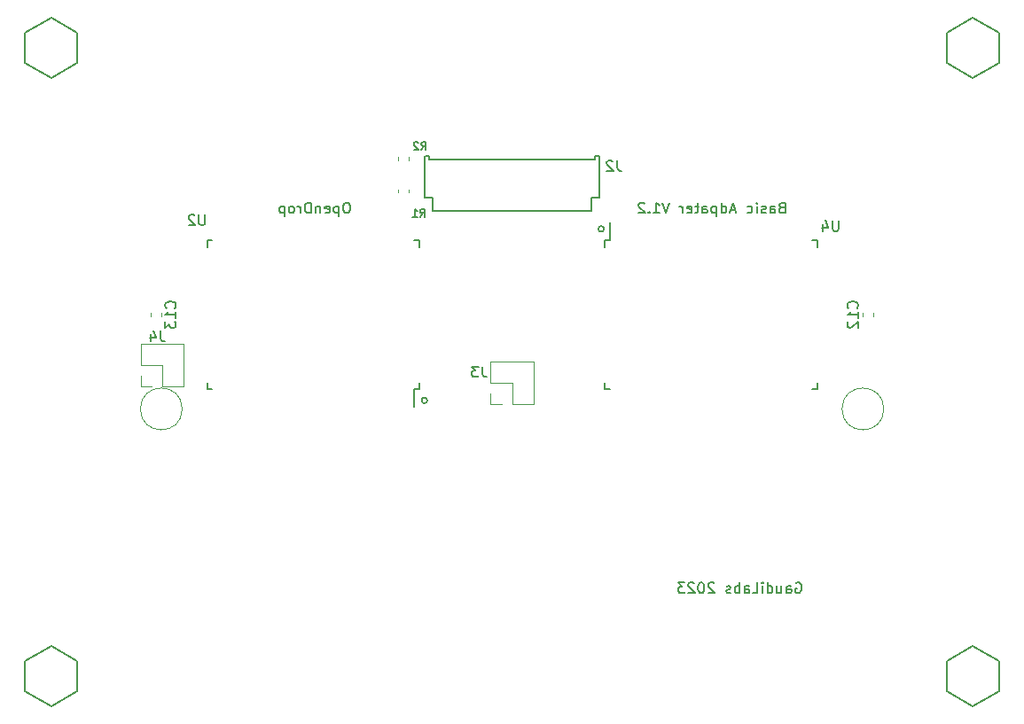
<source format=gbr>
G04 #@! TF.GenerationSoftware,KiCad,Pcbnew,6.0.9-8da3e8f707~117~ubuntu22.04.1*
G04 #@! TF.CreationDate,2023-03-03T14:59:22+01:00*
G04 #@! TF.ProjectId,ModulAdapterBasic,4d6f6475-6c41-4646-9170-746572426173,rev?*
G04 #@! TF.SameCoordinates,Original*
G04 #@! TF.FileFunction,Legend,Bot*
G04 #@! TF.FilePolarity,Positive*
%FSLAX46Y46*%
G04 Gerber Fmt 4.6, Leading zero omitted, Abs format (unit mm)*
G04 Created by KiCad (PCBNEW 6.0.9-8da3e8f707~117~ubuntu22.04.1) date 2023-03-03 14:59:22*
%MOMM*%
%LPD*%
G01*
G04 APERTURE LIST*
%ADD10C,0.150000*%
%ADD11C,0.050000*%
%ADD12C,0.128000*%
%ADD13C,0.120000*%
G04 APERTURE END LIST*
D10*
X108778408Y-91300500D02*
G75*
G03*
X108778408Y-91300500I-269408J0D01*
G01*
X91887408Y-107683500D02*
G75*
G03*
X91887408Y-107683500I-269408J0D01*
G01*
D11*
X135500000Y-108500000D02*
G75*
G03*
X135500000Y-108500000I-2000000J0D01*
G01*
X68500000Y-108500000D02*
G75*
G03*
X68500000Y-108500000I-2000000J0D01*
G01*
D10*
X84296057Y-88784380D02*
X84105580Y-88784380D01*
X84010342Y-88832000D01*
X83915104Y-88927238D01*
X83867485Y-89117714D01*
X83867485Y-89451047D01*
X83915104Y-89641523D01*
X84010342Y-89736761D01*
X84105580Y-89784380D01*
X84296057Y-89784380D01*
X84391295Y-89736761D01*
X84486533Y-89641523D01*
X84534152Y-89451047D01*
X84534152Y-89117714D01*
X84486533Y-88927238D01*
X84391295Y-88832000D01*
X84296057Y-88784380D01*
X83438914Y-89117714D02*
X83438914Y-90117714D01*
X83438914Y-89165333D02*
X83343676Y-89117714D01*
X83153200Y-89117714D01*
X83057961Y-89165333D01*
X83010342Y-89212952D01*
X82962723Y-89308190D01*
X82962723Y-89593904D01*
X83010342Y-89689142D01*
X83057961Y-89736761D01*
X83153200Y-89784380D01*
X83343676Y-89784380D01*
X83438914Y-89736761D01*
X82153200Y-89736761D02*
X82248438Y-89784380D01*
X82438914Y-89784380D01*
X82534152Y-89736761D01*
X82581771Y-89641523D01*
X82581771Y-89260571D01*
X82534152Y-89165333D01*
X82438914Y-89117714D01*
X82248438Y-89117714D01*
X82153200Y-89165333D01*
X82105580Y-89260571D01*
X82105580Y-89355809D01*
X82581771Y-89451047D01*
X81677009Y-89117714D02*
X81677009Y-89784380D01*
X81677009Y-89212952D02*
X81629390Y-89165333D01*
X81534152Y-89117714D01*
X81391295Y-89117714D01*
X81296057Y-89165333D01*
X81248438Y-89260571D01*
X81248438Y-89784380D01*
X80772247Y-89784380D02*
X80772247Y-88784380D01*
X80534152Y-88784380D01*
X80391295Y-88832000D01*
X80296057Y-88927238D01*
X80248438Y-89022476D01*
X80200819Y-89212952D01*
X80200819Y-89355809D01*
X80248438Y-89546285D01*
X80296057Y-89641523D01*
X80391295Y-89736761D01*
X80534152Y-89784380D01*
X80772247Y-89784380D01*
X79772247Y-89784380D02*
X79772247Y-89117714D01*
X79772247Y-89308190D02*
X79724628Y-89212952D01*
X79677009Y-89165333D01*
X79581771Y-89117714D01*
X79486533Y-89117714D01*
X79010342Y-89784380D02*
X79105580Y-89736761D01*
X79153200Y-89689142D01*
X79200819Y-89593904D01*
X79200819Y-89308190D01*
X79153200Y-89212952D01*
X79105580Y-89165333D01*
X79010342Y-89117714D01*
X78867485Y-89117714D01*
X78772247Y-89165333D01*
X78724628Y-89212952D01*
X78677009Y-89308190D01*
X78677009Y-89593904D01*
X78724628Y-89689142D01*
X78772247Y-89736761D01*
X78867485Y-89784380D01*
X79010342Y-89784380D01*
X78248438Y-89117714D02*
X78248438Y-90117714D01*
X78248438Y-89165333D02*
X78153200Y-89117714D01*
X77962723Y-89117714D01*
X77867485Y-89165333D01*
X77819866Y-89212952D01*
X77772247Y-89308190D01*
X77772247Y-89593904D01*
X77819866Y-89689142D01*
X77867485Y-89736761D01*
X77962723Y-89784380D01*
X78153200Y-89784380D01*
X78248438Y-89736761D01*
X127101133Y-125128600D02*
X127196371Y-125080980D01*
X127339228Y-125080980D01*
X127482085Y-125128600D01*
X127577323Y-125223838D01*
X127624942Y-125319076D01*
X127672561Y-125509552D01*
X127672561Y-125652409D01*
X127624942Y-125842885D01*
X127577323Y-125938123D01*
X127482085Y-126033361D01*
X127339228Y-126080980D01*
X127243990Y-126080980D01*
X127101133Y-126033361D01*
X127053514Y-125985742D01*
X127053514Y-125652409D01*
X127243990Y-125652409D01*
X126196371Y-126080980D02*
X126196371Y-125557171D01*
X126243990Y-125461933D01*
X126339228Y-125414314D01*
X126529704Y-125414314D01*
X126624942Y-125461933D01*
X126196371Y-126033361D02*
X126291609Y-126080980D01*
X126529704Y-126080980D01*
X126624942Y-126033361D01*
X126672561Y-125938123D01*
X126672561Y-125842885D01*
X126624942Y-125747647D01*
X126529704Y-125700028D01*
X126291609Y-125700028D01*
X126196371Y-125652409D01*
X125291609Y-125414314D02*
X125291609Y-126080980D01*
X125720180Y-125414314D02*
X125720180Y-125938123D01*
X125672561Y-126033361D01*
X125577323Y-126080980D01*
X125434466Y-126080980D01*
X125339228Y-126033361D01*
X125291609Y-125985742D01*
X124386847Y-126080980D02*
X124386847Y-125080980D01*
X124386847Y-126033361D02*
X124482085Y-126080980D01*
X124672561Y-126080980D01*
X124767800Y-126033361D01*
X124815419Y-125985742D01*
X124863038Y-125890504D01*
X124863038Y-125604790D01*
X124815419Y-125509552D01*
X124767800Y-125461933D01*
X124672561Y-125414314D01*
X124482085Y-125414314D01*
X124386847Y-125461933D01*
X123910657Y-126080980D02*
X123910657Y-125414314D01*
X123910657Y-125080980D02*
X123958276Y-125128600D01*
X123910657Y-125176219D01*
X123863038Y-125128600D01*
X123910657Y-125080980D01*
X123910657Y-125176219D01*
X122958276Y-126080980D02*
X123434466Y-126080980D01*
X123434466Y-125080980D01*
X122196371Y-126080980D02*
X122196371Y-125557171D01*
X122243990Y-125461933D01*
X122339228Y-125414314D01*
X122529704Y-125414314D01*
X122624942Y-125461933D01*
X122196371Y-126033361D02*
X122291609Y-126080980D01*
X122529704Y-126080980D01*
X122624942Y-126033361D01*
X122672561Y-125938123D01*
X122672561Y-125842885D01*
X122624942Y-125747647D01*
X122529704Y-125700028D01*
X122291609Y-125700028D01*
X122196371Y-125652409D01*
X121720180Y-126080980D02*
X121720180Y-125080980D01*
X121720180Y-125461933D02*
X121624942Y-125414314D01*
X121434466Y-125414314D01*
X121339228Y-125461933D01*
X121291609Y-125509552D01*
X121243990Y-125604790D01*
X121243990Y-125890504D01*
X121291609Y-125985742D01*
X121339228Y-126033361D01*
X121434466Y-126080980D01*
X121624942Y-126080980D01*
X121720180Y-126033361D01*
X120863038Y-126033361D02*
X120767800Y-126080980D01*
X120577323Y-126080980D01*
X120482085Y-126033361D01*
X120434466Y-125938123D01*
X120434466Y-125890504D01*
X120482085Y-125795266D01*
X120577323Y-125747647D01*
X120720180Y-125747647D01*
X120815419Y-125700028D01*
X120863038Y-125604790D01*
X120863038Y-125557171D01*
X120815419Y-125461933D01*
X120720180Y-125414314D01*
X120577323Y-125414314D01*
X120482085Y-125461933D01*
X119291609Y-125176219D02*
X119243990Y-125128600D01*
X119148752Y-125080980D01*
X118910657Y-125080980D01*
X118815419Y-125128600D01*
X118767800Y-125176219D01*
X118720180Y-125271457D01*
X118720180Y-125366695D01*
X118767800Y-125509552D01*
X119339228Y-126080980D01*
X118720180Y-126080980D01*
X118101133Y-125080980D02*
X118005895Y-125080980D01*
X117910657Y-125128600D01*
X117863038Y-125176219D01*
X117815419Y-125271457D01*
X117767800Y-125461933D01*
X117767800Y-125700028D01*
X117815419Y-125890504D01*
X117863038Y-125985742D01*
X117910657Y-126033361D01*
X118005895Y-126080980D01*
X118101133Y-126080980D01*
X118196371Y-126033361D01*
X118243990Y-125985742D01*
X118291609Y-125890504D01*
X118339228Y-125700028D01*
X118339228Y-125461933D01*
X118291609Y-125271457D01*
X118243990Y-125176219D01*
X118196371Y-125128600D01*
X118101133Y-125080980D01*
X117386847Y-125176219D02*
X117339228Y-125128600D01*
X117243990Y-125080980D01*
X117005895Y-125080980D01*
X116910657Y-125128600D01*
X116863038Y-125176219D01*
X116815419Y-125271457D01*
X116815419Y-125366695D01*
X116863038Y-125509552D01*
X117434466Y-126080980D01*
X116815419Y-126080980D01*
X116482085Y-125080980D02*
X115863038Y-125080980D01*
X116196371Y-125461933D01*
X116053514Y-125461933D01*
X115958276Y-125509552D01*
X115910657Y-125557171D01*
X115863038Y-125652409D01*
X115863038Y-125890504D01*
X115910657Y-125985742D01*
X115958276Y-126033361D01*
X116053514Y-126080980D01*
X116339228Y-126080980D01*
X116434466Y-126033361D01*
X116482085Y-125985742D01*
X125742857Y-89260571D02*
X125600000Y-89308190D01*
X125552380Y-89355809D01*
X125504761Y-89451047D01*
X125504761Y-89593904D01*
X125552380Y-89689142D01*
X125600000Y-89736761D01*
X125695238Y-89784380D01*
X126076190Y-89784380D01*
X126076190Y-88784380D01*
X125742857Y-88784380D01*
X125647619Y-88832000D01*
X125600000Y-88879619D01*
X125552380Y-88974857D01*
X125552380Y-89070095D01*
X125600000Y-89165333D01*
X125647619Y-89212952D01*
X125742857Y-89260571D01*
X126076190Y-89260571D01*
X124647619Y-89784380D02*
X124647619Y-89260571D01*
X124695238Y-89165333D01*
X124790476Y-89117714D01*
X124980952Y-89117714D01*
X125076190Y-89165333D01*
X124647619Y-89736761D02*
X124742857Y-89784380D01*
X124980952Y-89784380D01*
X125076190Y-89736761D01*
X125123809Y-89641523D01*
X125123809Y-89546285D01*
X125076190Y-89451047D01*
X124980952Y-89403428D01*
X124742857Y-89403428D01*
X124647619Y-89355809D01*
X124219047Y-89736761D02*
X124123809Y-89784380D01*
X123933333Y-89784380D01*
X123838095Y-89736761D01*
X123790476Y-89641523D01*
X123790476Y-89593904D01*
X123838095Y-89498666D01*
X123933333Y-89451047D01*
X124076190Y-89451047D01*
X124171428Y-89403428D01*
X124219047Y-89308190D01*
X124219047Y-89260571D01*
X124171428Y-89165333D01*
X124076190Y-89117714D01*
X123933333Y-89117714D01*
X123838095Y-89165333D01*
X123361904Y-89784380D02*
X123361904Y-89117714D01*
X123361904Y-88784380D02*
X123409523Y-88832000D01*
X123361904Y-88879619D01*
X123314285Y-88832000D01*
X123361904Y-88784380D01*
X123361904Y-88879619D01*
X122457142Y-89736761D02*
X122552380Y-89784380D01*
X122742857Y-89784380D01*
X122838095Y-89736761D01*
X122885714Y-89689142D01*
X122933333Y-89593904D01*
X122933333Y-89308190D01*
X122885714Y-89212952D01*
X122838095Y-89165333D01*
X122742857Y-89117714D01*
X122552380Y-89117714D01*
X122457142Y-89165333D01*
X121314285Y-89498666D02*
X120838095Y-89498666D01*
X121409523Y-89784380D02*
X121076190Y-88784380D01*
X120742857Y-89784380D01*
X119980952Y-89784380D02*
X119980952Y-88784380D01*
X119980952Y-89736761D02*
X120076190Y-89784380D01*
X120266666Y-89784380D01*
X120361904Y-89736761D01*
X120409523Y-89689142D01*
X120457142Y-89593904D01*
X120457142Y-89308190D01*
X120409523Y-89212952D01*
X120361904Y-89165333D01*
X120266666Y-89117714D01*
X120076190Y-89117714D01*
X119980952Y-89165333D01*
X119504761Y-89117714D02*
X119504761Y-90117714D01*
X119504761Y-89165333D02*
X119409523Y-89117714D01*
X119219047Y-89117714D01*
X119123809Y-89165333D01*
X119076190Y-89212952D01*
X119028571Y-89308190D01*
X119028571Y-89593904D01*
X119076190Y-89689142D01*
X119123809Y-89736761D01*
X119219047Y-89784380D01*
X119409523Y-89784380D01*
X119504761Y-89736761D01*
X118171428Y-89784380D02*
X118171428Y-89260571D01*
X118219047Y-89165333D01*
X118314285Y-89117714D01*
X118504761Y-89117714D01*
X118600000Y-89165333D01*
X118171428Y-89736761D02*
X118266666Y-89784380D01*
X118504761Y-89784380D01*
X118600000Y-89736761D01*
X118647619Y-89641523D01*
X118647619Y-89546285D01*
X118600000Y-89451047D01*
X118504761Y-89403428D01*
X118266666Y-89403428D01*
X118171428Y-89355809D01*
X117838095Y-89117714D02*
X117457142Y-89117714D01*
X117695238Y-88784380D02*
X117695238Y-89641523D01*
X117647619Y-89736761D01*
X117552380Y-89784380D01*
X117457142Y-89784380D01*
X116742857Y-89736761D02*
X116838095Y-89784380D01*
X117028571Y-89784380D01*
X117123809Y-89736761D01*
X117171428Y-89641523D01*
X117171428Y-89260571D01*
X117123809Y-89165333D01*
X117028571Y-89117714D01*
X116838095Y-89117714D01*
X116742857Y-89165333D01*
X116695238Y-89260571D01*
X116695238Y-89355809D01*
X117171428Y-89451047D01*
X116266666Y-89784380D02*
X116266666Y-89117714D01*
X116266666Y-89308190D02*
X116219047Y-89212952D01*
X116171428Y-89165333D01*
X116076190Y-89117714D01*
X115980952Y-89117714D01*
X115028571Y-88784380D02*
X114695238Y-89784380D01*
X114361904Y-88784380D01*
X113504761Y-89784380D02*
X114076190Y-89784380D01*
X113790476Y-89784380D02*
X113790476Y-88784380D01*
X113885714Y-88927238D01*
X113980952Y-89022476D01*
X114076190Y-89070095D01*
X113076190Y-89689142D02*
X113028571Y-89736761D01*
X113076190Y-89784380D01*
X113123809Y-89736761D01*
X113076190Y-89689142D01*
X113076190Y-89784380D01*
X112647619Y-88879619D02*
X112600000Y-88832000D01*
X112504761Y-88784380D01*
X112266666Y-88784380D01*
X112171428Y-88832000D01*
X112123809Y-88879619D01*
X112076190Y-88974857D01*
X112076190Y-89070095D01*
X112123809Y-89212952D01*
X112695238Y-89784380D01*
X112076190Y-89784380D01*
X110033333Y-84752380D02*
X110033333Y-85466666D01*
X110080952Y-85609523D01*
X110176190Y-85704761D01*
X110319047Y-85752380D01*
X110414285Y-85752380D01*
X109604761Y-84847619D02*
X109557142Y-84800000D01*
X109461904Y-84752380D01*
X109223809Y-84752380D01*
X109128571Y-84800000D01*
X109080952Y-84847619D01*
X109033333Y-84942857D01*
X109033333Y-85038095D01*
X109080952Y-85180952D01*
X109652380Y-85752380D01*
X109033333Y-85752380D01*
X131178404Y-90498880D02*
X131178404Y-91308404D01*
X131130785Y-91403642D01*
X131083166Y-91451261D01*
X130987928Y-91498880D01*
X130797452Y-91498880D01*
X130702214Y-91451261D01*
X130654595Y-91403642D01*
X130606976Y-91308404D01*
X130606976Y-90498880D01*
X129702214Y-90832214D02*
X129702214Y-91498880D01*
X129940309Y-90451261D02*
X130178404Y-91165547D01*
X129559357Y-91165547D01*
X132927142Y-98857142D02*
X132974761Y-98809523D01*
X133022380Y-98666666D01*
X133022380Y-98571428D01*
X132974761Y-98428571D01*
X132879523Y-98333333D01*
X132784285Y-98285714D01*
X132593809Y-98238095D01*
X132450952Y-98238095D01*
X132260476Y-98285714D01*
X132165238Y-98333333D01*
X132070000Y-98428571D01*
X132022380Y-98571428D01*
X132022380Y-98666666D01*
X132070000Y-98809523D01*
X132117619Y-98857142D01*
X133022380Y-99809523D02*
X133022380Y-99238095D01*
X133022380Y-99523809D02*
X132022380Y-99523809D01*
X132165238Y-99428571D01*
X132260476Y-99333333D01*
X132308095Y-99238095D01*
X132117619Y-100190476D02*
X132070000Y-100238095D01*
X132022380Y-100333333D01*
X132022380Y-100571428D01*
X132070000Y-100666666D01*
X132117619Y-100714285D01*
X132212857Y-100761904D01*
X132308095Y-100761904D01*
X132450952Y-100714285D01*
X133022380Y-100142857D01*
X133022380Y-100761904D01*
X67787142Y-98857142D02*
X67834761Y-98809523D01*
X67882380Y-98666666D01*
X67882380Y-98571428D01*
X67834761Y-98428571D01*
X67739523Y-98333333D01*
X67644285Y-98285714D01*
X67453809Y-98238095D01*
X67310952Y-98238095D01*
X67120476Y-98285714D01*
X67025238Y-98333333D01*
X66930000Y-98428571D01*
X66882380Y-98571428D01*
X66882380Y-98666666D01*
X66930000Y-98809523D01*
X66977619Y-98857142D01*
X67882380Y-99809523D02*
X67882380Y-99238095D01*
X67882380Y-99523809D02*
X66882380Y-99523809D01*
X67025238Y-99428571D01*
X67120476Y-99333333D01*
X67168095Y-99238095D01*
X66882380Y-100142857D02*
X66882380Y-100761904D01*
X67263333Y-100428571D01*
X67263333Y-100571428D01*
X67310952Y-100666666D01*
X67358571Y-100714285D01*
X67453809Y-100761904D01*
X67691904Y-100761904D01*
X67787142Y-100714285D01*
X67834761Y-100666666D01*
X67882380Y-100571428D01*
X67882380Y-100285714D01*
X67834761Y-100190476D01*
X67787142Y-100142857D01*
X97158333Y-104451380D02*
X97158333Y-105165666D01*
X97205952Y-105308523D01*
X97301190Y-105403761D01*
X97444047Y-105451380D01*
X97539285Y-105451380D01*
X96777380Y-104451380D02*
X96158333Y-104451380D01*
X96491666Y-104832333D01*
X96348809Y-104832333D01*
X96253571Y-104879952D01*
X96205952Y-104927571D01*
X96158333Y-105022809D01*
X96158333Y-105260904D01*
X96205952Y-105356142D01*
X96253571Y-105403761D01*
X96348809Y-105451380D01*
X96634523Y-105451380D01*
X96729761Y-105403761D01*
X96777380Y-105356142D01*
X66433333Y-101052380D02*
X66433333Y-101766666D01*
X66480952Y-101909523D01*
X66576190Y-102004761D01*
X66719047Y-102052380D01*
X66814285Y-102052380D01*
X65528571Y-101385714D02*
X65528571Y-102052380D01*
X65766666Y-101004761D02*
X66004761Y-101719047D01*
X65385714Y-101719047D01*
D12*
X91226666Y-90143809D02*
X91480000Y-89781904D01*
X91660952Y-90143809D02*
X91660952Y-89383809D01*
X91371428Y-89383809D01*
X91299047Y-89420000D01*
X91262857Y-89456190D01*
X91226666Y-89528571D01*
X91226666Y-89637142D01*
X91262857Y-89709523D01*
X91299047Y-89745714D01*
X91371428Y-89781904D01*
X91660952Y-89781904D01*
X90502857Y-90143809D02*
X90937142Y-90143809D01*
X90720000Y-90143809D02*
X90720000Y-89383809D01*
X90792380Y-89492380D01*
X90864761Y-89564761D01*
X90937142Y-89600952D01*
X91326666Y-83743809D02*
X91580000Y-83381904D01*
X91760952Y-83743809D02*
X91760952Y-82983809D01*
X91471428Y-82983809D01*
X91399047Y-83020000D01*
X91362857Y-83056190D01*
X91326666Y-83128571D01*
X91326666Y-83237142D01*
X91362857Y-83309523D01*
X91399047Y-83345714D01*
X91471428Y-83381904D01*
X91760952Y-83381904D01*
X91037142Y-83056190D02*
X91000952Y-83020000D01*
X90928571Y-82983809D01*
X90747619Y-82983809D01*
X90675238Y-83020000D01*
X90639047Y-83056190D01*
X90602857Y-83128571D01*
X90602857Y-83200952D01*
X90639047Y-83309523D01*
X91073333Y-83743809D01*
X90602857Y-83743809D01*
D10*
X70662904Y-89927380D02*
X70662904Y-90736904D01*
X70615285Y-90832142D01*
X70567666Y-90879761D01*
X70472428Y-90927380D01*
X70281952Y-90927380D01*
X70186714Y-90879761D01*
X70139095Y-90832142D01*
X70091476Y-90736904D01*
X70091476Y-89927380D01*
X69662904Y-90022619D02*
X69615285Y-89975000D01*
X69520047Y-89927380D01*
X69281952Y-89927380D01*
X69186714Y-89975000D01*
X69139095Y-90022619D01*
X69091476Y-90117857D01*
X69091476Y-90213095D01*
X69139095Y-90355952D01*
X69710523Y-90927380D01*
X69091476Y-90927380D01*
X58500000Y-72560000D02*
X58500000Y-75440000D01*
X58500000Y-72560000D02*
X56000000Y-71120000D01*
X58500000Y-75440000D02*
X56000000Y-76880000D01*
X53500000Y-75440000D02*
X53500000Y-72560000D01*
X53500000Y-72560000D02*
X56000000Y-71120000D01*
X56000000Y-76880000D02*
X53500000Y-75440000D01*
X144000000Y-76880000D02*
X141500000Y-75440000D01*
X141500000Y-72560000D02*
X144000000Y-71120000D01*
X146500000Y-72560000D02*
X146500000Y-75440000D01*
X146500000Y-72560000D02*
X144000000Y-71120000D01*
X146500000Y-75440000D02*
X144000000Y-76880000D01*
X141500000Y-75440000D02*
X141500000Y-72560000D01*
X58500000Y-135440000D02*
X56000000Y-136880000D01*
X56000000Y-136880000D02*
X53500000Y-135440000D01*
X53500000Y-132560000D02*
X56000000Y-131120000D01*
X58500000Y-132560000D02*
X56000000Y-131120000D01*
X58500000Y-132560000D02*
X58500000Y-135440000D01*
X53500000Y-135440000D02*
X53500000Y-132560000D01*
X144000000Y-136880000D02*
X141500000Y-135440000D01*
X141500000Y-132560000D02*
X144000000Y-131120000D01*
X141500000Y-135440000D02*
X141500000Y-132560000D01*
X146500000Y-132560000D02*
X144000000Y-131120000D01*
X146500000Y-132560000D02*
X146500000Y-135440000D01*
X146500000Y-135440000D02*
X144000000Y-136880000D01*
X91650000Y-84300000D02*
X91650000Y-88300000D01*
X92450000Y-88300000D02*
X92450000Y-89600000D01*
X92450000Y-89600000D02*
X107550000Y-89600000D01*
X108350000Y-88300000D02*
X107550000Y-88300000D01*
X108300000Y-84300000D02*
X107900000Y-84300000D01*
X107550000Y-88300000D02*
X107550000Y-89600000D01*
X107900000Y-84700000D02*
X107900000Y-84300000D01*
X92100000Y-84700000D02*
X92100000Y-84300000D01*
X107900000Y-84700000D02*
X92100000Y-84700000D01*
X108350000Y-84300000D02*
X108350000Y-88300000D01*
X91650000Y-88300000D02*
X92450000Y-88300000D01*
X91700000Y-84300000D02*
X92100000Y-84300000D01*
X109325000Y-92375000D02*
X109325000Y-90700000D01*
X108875000Y-106625000D02*
X109325000Y-106625000D01*
X129125000Y-92375000D02*
X128675000Y-92375000D01*
X108875000Y-92375000D02*
X109325000Y-92375000D01*
X129125000Y-106625000D02*
X129125000Y-105975000D01*
X129125000Y-92375000D02*
X129125000Y-93025000D01*
X129125000Y-106625000D02*
X128675000Y-106625000D01*
X108875000Y-106625000D02*
X108875000Y-105975000D01*
X108875000Y-92375000D02*
X108875000Y-93025000D01*
D13*
X134510000Y-99337221D02*
X134510000Y-99662779D01*
X133490000Y-99337221D02*
X133490000Y-99662779D01*
X66510000Y-99662779D02*
X66510000Y-99337221D01*
X65490000Y-99662779D02*
X65490000Y-99337221D01*
X97940000Y-106000000D02*
X100000000Y-106000000D01*
X102060000Y-108060000D02*
X102060000Y-103940000D01*
X97940000Y-108060000D02*
X99000000Y-108060000D01*
X100000000Y-106000000D02*
X100000000Y-108060000D01*
X97940000Y-103940000D02*
X102060000Y-103940000D01*
X97940000Y-106000000D02*
X97940000Y-103940000D01*
X97940000Y-107000000D02*
X97940000Y-108060000D01*
X100000000Y-108060000D02*
X102060000Y-108060000D01*
X64540000Y-102240000D02*
X68660000Y-102240000D01*
X68660000Y-106360000D02*
X68660000Y-102240000D01*
X64540000Y-104300000D02*
X64540000Y-102240000D01*
X66600000Y-104300000D02*
X66600000Y-106360000D01*
X64540000Y-106360000D02*
X65600000Y-106360000D01*
X64540000Y-105300000D02*
X64540000Y-106360000D01*
X66600000Y-106360000D02*
X68660000Y-106360000D01*
X64540000Y-104300000D02*
X66600000Y-104300000D01*
X89076000Y-87843779D02*
X89076000Y-87518221D01*
X90096000Y-87843779D02*
X90096000Y-87518221D01*
X89076000Y-84444721D02*
X89076000Y-84770279D01*
X90096000Y-84444721D02*
X90096000Y-84770279D01*
D10*
X91125000Y-92375000D02*
X91125000Y-93025000D01*
X91125000Y-106625000D02*
X91125000Y-105975000D01*
X70875000Y-92375000D02*
X71325000Y-92375000D01*
X70875000Y-106625000D02*
X71325000Y-106625000D01*
X70875000Y-106625000D02*
X70875000Y-105975000D01*
X91125000Y-106625000D02*
X90675000Y-106625000D01*
X91125000Y-92375000D02*
X90675000Y-92375000D01*
X70875000Y-92375000D02*
X70875000Y-93025000D01*
X90675000Y-106625000D02*
X90675000Y-108300000D01*
M02*

</source>
